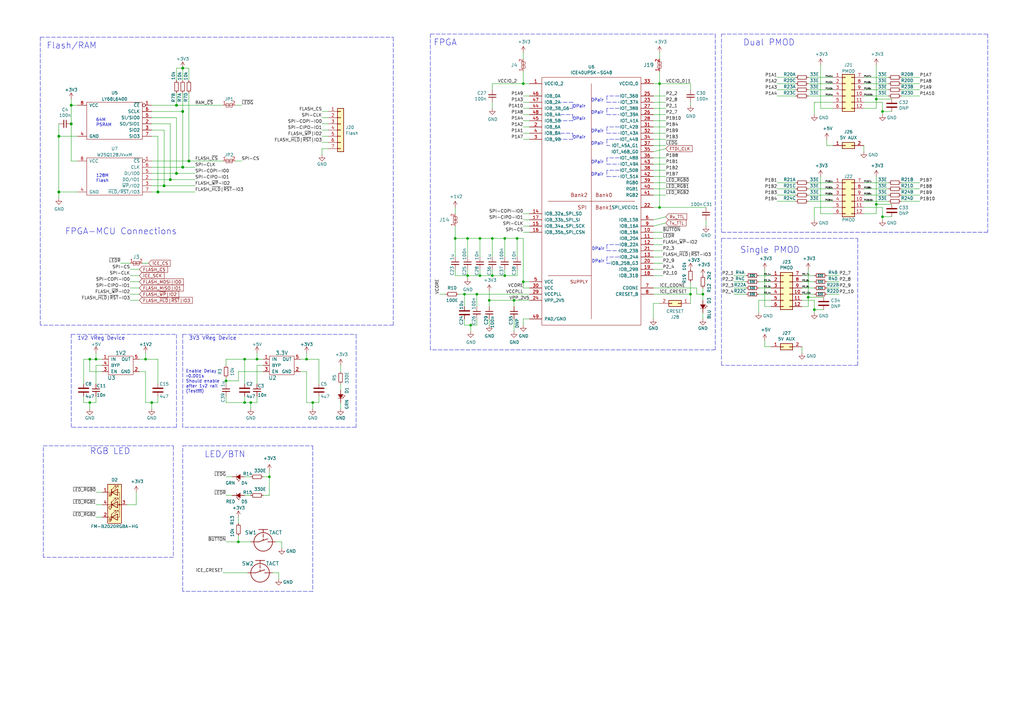
<source format=kicad_sch>
(kicad_sch (version 20211123) (generator eeschema)
  (paper "A3")
  (title_block (title "iCEBreaker - CH32V307 Test Board") (date "2022-02-21") (rev "V1.99a") (company "1BitSquared") (comment 1 "(C) 2022 Greg Davill <greg.davill@gmail.com>") (comment 2 "License: CC-BY-SA V4.0"))
  (junction (at 207.01 113.03))
  (junction (at 36.83 165.1))
  (junction (at 201.93 97.79))
  (junction (at 67.31 76.2) (diameter 1.016))
  (junction (at 100.33 165.1))
  (junction (at 110.49 195.58))
  (junction (at 359.41 40.64))
  (junction (at 201.93 113.03))
  (junction (at 69.85 73.66) (diameter 1.016))
  (junction (at 92.71 156.21))
  (junction (at 105.41 147.32))
  (junction (at 196.85 113.03))
  (junction (at 62.23 165.1))
  (junction (at 214.63 34.29))
  (junction (at 207.01 97.79))
  (junction (at 72.39 43.18) (diameter 1.016))
  (junction (at 97.79 222.25))
  (junction (at 59.69 147.32))
  (junction (at 128.27 165.1))
  (junction (at 24.13 55.88) (diameter 1.016))
  (junction (at 29.21 50.8) (diameter 1.016))
  (junction (at 100.33 147.32))
  (junction (at 361.95 45.72))
  (junction (at 186.69 97.79))
  (junction (at 77.47 66.04) (diameter 1.016))
  (junction (at 102.87 165.1))
  (junction (at 270.51 85.09))
  (junction (at 24.13 78.74) (diameter 1.016))
  (junction (at 64.77 78.74) (diameter 1.016))
  (junction (at 283.21 120.65))
  (junction (at 74.93 45.72) (diameter 1.016))
  (junction (at 190.5 120.65))
  (junction (at 200.66 123.19))
  (junction (at 212.09 97.79))
  (junction (at 288.29 120.65))
  (junction (at 210.82 123.19))
  (junction (at 334.01 127))
  (junction (at 359.41 83.82))
  (junction (at 39.37 147.32))
  (junction (at 195.58 120.65))
  (junction (at 72.39 71.12) (diameter 1.016))
  (junction (at 36.83 147.32))
  (junction (at 125.73 147.32))
  (junction (at 29.21 43.18) (diameter 1.016))
  (junction (at 191.77 97.79))
  (junction (at 270.51 34.29))
  (junction (at 193.04 133.35))
  (junction (at 361.95 88.9))
  (junction (at 74.93 27.94) (diameter 1.016))
  (junction (at 191.77 113.03))
  (junction (at 214.63 115.57))
  (junction (at 74.93 68.58) (diameter 1.016))
  (junction (at 196.85 97.79))
  (junction (at 331.47 121.92))
  (wire (pts (xy 267.97 59.69) (xy 273.05 59.69)))
  (wire (pts (xy 92.71 149.86) (xy 92.71 147.32)))
  (wire (pts (xy 217.17 52.07) (xy 214.63 52.07)))
  (wire (pts (xy 97.79 219.71) (xy 97.79 222.25)))
  (wire (pts (xy 201.93 34.29) (xy 201.93 36.83)))
  (polyline (pts (xy 72.39 137.16) (xy 72.39 175.26)))
  (wire (pts (xy 74.93 45.72) (xy 74.93 68.58)))
  (polyline (pts (xy 295.91 95.25) (xy 295.91 13.97)))
  (wire (pts (xy 123.19 152.4) (xy 125.73 152.4)))
  (wire (pts (xy 341.63 59.69) (xy 339.09 59.69)))
  (wire (pts (xy 95.25 195.58) (xy 92.71 195.58)))
  (wire (pts (xy 92.71 156.21) (xy 92.71 157.48)))
  (wire (pts (xy 196.85 97.79) (xy 196.85 105.41)))
  (wire (pts (xy 139.7 149.86) (xy 139.7 152.4)))
  (wire (pts (xy 334.01 90.17) (xy 334.01 85.09)))
  (wire (pts (xy 186.69 85.09) (xy 186.69 87.63)))
  (wire (pts (xy 270.51 21.59) (xy 270.51 24.13)))
  (wire (pts (xy 130.81 165.1) (xy 130.81 162.56)))
  (wire (pts (xy 285.75 120.65) (xy 288.29 120.65)))
  (wire (pts (xy 186.69 97.79) (xy 186.69 105.41)))
  (wire (pts (xy 328.93 125.73) (xy 331.47 125.73)))
  (wire (pts (xy 191.77 97.79) (xy 186.69 97.79)))
  (wire (pts (xy 326.39 31.75) (xy 318.77 31.75)))
  (wire (pts (xy 217.17 54.61) (xy 214.63 54.61)))
  (wire (pts (xy 125.73 147.32) (xy 130.81 147.32)))
  (wire (pts (xy 59.69 147.32) (xy 59.69 144.78)))
  (wire (pts (xy 316.23 113.03) (xy 311.15 113.03)))
  (polyline (pts (xy 17.78 182.88) (xy 71.12 182.88)))
  (polyline (pts (xy 161.29 133.35) (xy 16.51 133.35)) (stroke (width 0) (type dash)))
  (wire (pts (xy 361.95 85.09) (xy 354.33 85.09)))
  (wire (pts (xy 92.71 154.94) (xy 92.71 156.21)))
  (wire (pts (xy 62.23 71.12) (xy 72.39 71.12)))
  (polyline (pts (xy 254 57.15) (xy 248.92 57.15)))
  (polyline (pts (xy 234.95 54.61) (xy 234.95 57.15)))
  (wire (pts (xy 217.17 95.25) (xy 214.63 95.25)))
  (wire (pts (xy 316.23 118.11) (xy 311.15 118.11)))
  (wire (pts (xy 132.08 58.42) (xy 134.62 58.42)))
  (wire (pts (xy 29.21 66.04) (xy 31.75 66.04)))
  (polyline (pts (xy 72.39 175.26) (xy 29.21 175.26)))
  (wire (pts (xy 267.97 97.79) (xy 271.78 97.79)))
  (wire (pts (xy 311.15 128.27) (xy 311.15 123.19)))
  (wire (pts (xy 214.63 29.21) (xy 214.63 34.29)))
  (wire (pts (xy 29.21 43.18) (xy 29.21 40.64)))
  (wire (pts (xy 196.85 113.03) (xy 196.85 110.49)))
  (wire (pts (xy 217.17 118.11) (xy 214.63 118.11)))
  (wire (pts (xy 267.97 92.71) (xy 273.05 91.44)))
  (wire (pts (xy 328.93 113.03) (xy 334.01 113.03)))
  (wire (pts (xy 214.63 115.57) (xy 214.63 118.11)))
  (polyline (pts (xy 293.37 143.51) (xy 176.53 143.51)))
  (wire (pts (xy 217.17 46.99) (xy 214.63 46.99)))
  (wire (pts (xy 125.73 152.4) (xy 125.73 165.1)))
  (wire (pts (xy 74.93 45.72) (xy 62.23 45.72)))
  (polyline (pts (xy 234.95 49.53) (xy 229.87 49.53)))
  (wire (pts (xy 210.82 130.81) (xy 210.82 135.89)))
  (polyline (pts (xy 128.27 182.88) (xy 128.27 242.57)))
  (wire (pts (xy 267.97 77.47) (xy 273.05 77.47)))
  (polyline (pts (xy 146.05 137.16) (xy 146.05 175.26)))
  (wire (pts (xy 123.19 147.32) (xy 125.73 147.32)))
  (wire (pts (xy 354.33 82.55) (xy 364.49 82.55)))
  (polyline (pts (xy 248.92 46.99) (xy 254 46.99)))
  (wire (pts (xy 328.93 120.65) (xy 334.01 120.65)))
  (wire (pts (xy 267.97 34.29) (xy 270.51 34.29)))
  (wire (pts (xy 64.77 78.74) (xy 80.01 78.74)))
  (wire (pts (xy 201.93 97.79) (xy 201.93 105.41)))
  (wire (pts (xy 100.33 203.2) (xy 102.87 203.2)))
  (wire (pts (xy 186.69 110.49) (xy 186.69 113.03)))
  (wire (pts (xy 97.79 214.63) (xy 97.79 212.09)))
  (wire (pts (xy 114.3 234.95) (xy 114.3 237.49)))
  (wire (pts (xy 334.01 85.09) (xy 341.63 85.09)))
  (wire (pts (xy 59.69 165.1) (xy 62.23 165.1)))
  (wire (pts (xy 316.23 120.65) (xy 311.15 120.65)))
  (wire (pts (xy 334.01 123.19) (xy 334.01 127)))
  (wire (pts (xy 24.13 50.8) (xy 24.13 55.88)))
  (polyline (pts (xy 248.92 102.87) (xy 254 102.87)))
  (wire (pts (xy 361.95 88.9) (xy 365.76 88.9)))
  (wire (pts (xy 187.96 120.65) (xy 190.5 120.65)))
  (wire (pts (xy 267.97 41.91) (xy 273.05 41.91)))
  (wire (pts (xy 267.97 110.49) (xy 271.78 110.49)))
  (wire (pts (xy 195.58 120.65) (xy 195.58 125.73)))
  (wire (pts (xy 53.34 123.19) (xy 57.15 123.19)))
  (wire (pts (xy 369.57 77.47) (xy 377.19 77.47)))
  (wire (pts (xy 359.41 87.63) (xy 354.33 87.63)))
  (wire (pts (xy 207.01 97.79) (xy 207.01 105.41)))
  (wire (pts (xy 53.34 115.57) (xy 57.15 115.57)))
  (polyline (pts (xy 233.68 44.45) (xy 234.95 44.45)))
  (wire (pts (xy 267.97 67.31) (xy 273.05 67.31)))
  (wire (pts (xy 191.77 110.49) (xy 191.77 113.03)))
  (wire (pts (xy 29.21 43.18) (xy 29.21 50.8)))
  (wire (pts (xy 336.55 87.63) (xy 336.55 72.39)))
  (wire (pts (xy 361.95 85.09) (xy 361.95 88.9)))
  (wire (pts (xy 139.7 157.48) (xy 139.7 160.02)))
  (wire (pts (xy 200.66 130.81) (xy 200.66 133.35)))
  (polyline (pts (xy 74.93 242.57) (xy 74.93 182.88)))
  (wire (pts (xy 132.08 48.26) (xy 134.62 48.26)))
  (wire (pts (xy 57.15 147.32) (xy 59.69 147.32)))
  (wire (pts (xy 62.23 165.1) (xy 62.23 167.64)))
  (wire (pts (xy 100.33 195.58) (xy 102.87 195.58)))
  (wire (pts (xy 55.88 207.01) (xy 55.88 201.93)))
  (wire (pts (xy 354.33 31.75) (xy 364.49 31.75)))
  (wire (pts (xy 64.77 147.32) (xy 64.77 157.48)))
  (wire (pts (xy 369.57 74.93) (xy 377.19 74.93)))
  (polyline (pts (xy 74.93 182.88) (xy 128.27 182.88)))
  (wire (pts (xy 57.15 152.4) (xy 59.69 152.4)))
  (polyline (pts (xy 295.91 13.97) (xy 405.13 13.97)))
  (wire (pts (xy 283.21 41.91) (xy 283.21 43.18)))
  (wire (pts (xy 326.39 34.29) (xy 318.77 34.29)))
  (wire (pts (xy 31.75 55.88) (xy 24.13 55.88)))
  (wire (pts (xy 369.57 80.01) (xy 377.19 80.01)))
  (wire (pts (xy 354.33 34.29) (xy 364.49 34.29)))
  (wire (pts (xy 369.57 34.29) (xy 377.19 34.29)))
  (wire (pts (xy 207.01 97.79) (xy 201.93 97.79)))
  (wire (pts (xy 201.93 41.91) (xy 201.93 44.45)))
  (polyline (pts (xy 254 44.45) (xy 248.92 44.45)))
  (wire (pts (xy 132.08 55.88) (xy 134.62 55.88)))
  (wire (pts (xy 72.39 43.18) (xy 72.39 38.1)))
  (wire (pts (xy 24.13 78.74) (xy 24.13 81.28)))
  (wire (pts (xy 191.77 97.79) (xy 191.77 105.41)))
  (polyline (pts (xy 254 100.33) (xy 248.92 100.33)))
  (wire (pts (xy 193.04 133.35) (xy 193.04 135.89)))
  (wire (pts (xy 288.29 118.11) (xy 288.29 120.65)))
  (wire (pts (xy 267.97 80.01) (xy 273.05 80.01)))
  (wire (pts (xy 190.5 120.65) (xy 195.58 120.65)))
  (wire (pts (xy 217.17 34.29) (xy 214.63 34.29)))
  (wire (pts (xy 359.41 44.45) (xy 359.41 40.64)))
  (wire (pts (xy 328.93 142.24) (xy 328.93 144.78)))
  (wire (pts (xy 100.33 162.56) (xy 100.33 165.1)))
  (wire (pts (xy 214.63 21.59) (xy 214.63 24.13)))
  (wire (pts (xy 212.09 110.49) (xy 212.09 113.03)))
  (wire (pts (xy 326.39 39.37) (xy 318.77 39.37)))
  (wire (pts (xy 212.09 97.79) (xy 207.01 97.79)))
  (wire (pts (xy 132.08 60.96) (xy 132.08 63.5)))
  (wire (pts (xy 24.13 55.88) (xy 24.13 78.74)))
  (wire (pts (xy 267.97 74.93) (xy 273.05 74.93)))
  (wire (pts (xy 31.75 43.18) (xy 29.21 43.18)))
  (wire (pts (xy 270.51 29.21) (xy 270.51 34.29)))
  (wire (pts (xy 110.49 203.2) (xy 110.49 195.58)))
  (wire (pts (xy 210.82 123.19) (xy 217.17 123.19)))
  (wire (pts (xy 359.41 40.64) (xy 359.41 26.67)))
  (wire (pts (xy 191.77 113.03) (xy 191.77 114.3)))
  (wire (pts (xy 53.34 110.49) (xy 57.15 110.49)))
  (wire (pts (xy 214.63 97.79) (xy 214.63 115.57)))
  (wire (pts (xy 270.51 34.29) (xy 283.21 34.29)))
  (wire (pts (xy 336.55 87.63) (xy 341.63 87.63)))
  (wire (pts (xy 341.63 44.45) (xy 336.55 44.45)))
  (wire (pts (xy 74.93 33.02) (xy 74.93 27.94)))
  (wire (pts (xy 36.83 147.32) (xy 39.37 147.32)))
  (wire (pts (xy 191.77 113.03) (xy 196.85 113.03)))
  (wire (pts (xy 39.37 149.86) (xy 39.37 157.48)))
  (wire (pts (xy 186.69 113.03) (xy 191.77 113.03)))
  (wire (pts (xy 339.09 115.57) (xy 344.17 115.57)))
  (wire (pts (xy 331.47 121.92) (xy 337.82 121.92)))
  (polyline (pts (xy 176.53 13.97) (xy 293.37 13.97)))
  (wire (pts (xy 267.97 113.03) (xy 271.78 113.03)))
  (wire (pts (xy 62.23 53.34) (xy 67.31 53.34)))
  (wire (pts (xy 132.08 50.8) (xy 134.62 50.8)))
  (wire (pts (xy 369.57 36.83) (xy 377.19 36.83)))
  (wire (pts (xy 128.27 165.1) (xy 128.27 167.64)))
  (wire (pts (xy 72.39 27.94) (xy 72.39 33.02)))
  (wire (pts (xy 341.63 41.91) (xy 334.01 41.91)))
  (wire (pts (xy 105.41 147.32) (xy 107.95 147.32)))
  (wire (pts (xy 359.41 83.82) (xy 365.76 83.82)))
  (polyline (pts (xy 128.27 242.57) (xy 74.93 242.57)))
  (wire (pts (xy 69.85 73.66) (xy 80.01 73.66)))
  (wire (pts (xy 341.63 34.29) (xy 331.47 34.29)))
  (wire (pts (xy 39.37 201.93) (xy 41.91 201.93)))
  (wire (pts (xy 72.39 71.12) (xy 80.01 71.12)))
  (wire (pts (xy 326.39 77.47) (xy 318.77 77.47)))
  (polyline (pts (xy 248.92 41.91) (xy 254 41.91)))
  (polyline (pts (xy 71.12 182.88) (xy 71.12 228.6)))
  (wire (pts (xy 267.97 72.39) (xy 273.05 72.39)))
  (wire (pts (xy 36.83 165.1) (xy 36.83 167.64)))
  (wire (pts (xy 62.23 68.58) (xy 74.93 68.58)))
  (polyline (pts (xy 405.13 95.25) (xy 295.91 95.25)))
  (wire (pts (xy 354.33 44.45) (xy 359.41 44.45)))
  (wire (pts (xy 361.95 45.72) (xy 365.76 45.72)))
  (wire (pts (xy 328.93 123.19) (xy 334.01 123.19)))
  (wire (pts (xy 52.07 207.01) (xy 55.88 207.01)))
  (wire (pts (xy 359.41 40.64) (xy 365.76 40.64)))
  (wire (pts (xy 267.97 62.23) (xy 273.05 60.96)))
  (wire (pts (xy 369.57 39.37) (xy 377.19 39.37)))
  (polyline (pts (xy 295.91 97.79) (xy 295.91 149.86)))
  (wire (pts (xy 95.25 203.2) (xy 92.71 203.2)))
  (wire (pts (xy 39.37 165.1) (xy 39.37 162.56)))
  (wire (pts (xy 190.5 125.73) (xy 190.5 120.65)))
  (wire (pts (xy 217.17 130.81) (xy 214.63 130.81)))
  (wire (pts (xy 196.85 97.79) (xy 191.77 97.79)))
  (wire (pts (xy 289.56 90.17) (xy 289.56 92.71)))
  (wire (pts (xy 200.66 123.19) (xy 210.82 123.19)))
  (polyline (pts (xy 74.93 175.26) (xy 74.93 137.16)))
  (polyline (pts (xy 248.92 107.95) (xy 250.19 107.95)))
  (wire (pts (xy 267.97 105.41) (xy 271.78 105.41)))
  (polyline (pts (xy 248.92 57.15) (xy 248.92 59.69)))
  (wire (pts (xy 64.77 165.1) (xy 64.77 162.56)))
  (wire (pts (xy 207.01 110.49) (xy 207.01 113.03)))
  (polyline (pts (xy 248.92 54.61) (xy 254 54.61)))
  (wire (pts (xy 105.41 147.32) (xy 105.41 144.78)))
  (wire (pts (xy 267.97 44.45) (xy 273.05 44.45)))
  (wire (pts (xy 92.71 162.56) (xy 92.71 165.1)))
  (wire (pts (xy 359.41 87.63) (xy 359.41 83.82)))
  (polyline (pts (xy 254 69.85) (xy 248.92 69.85)))
  (wire (pts (xy 313.69 142.24) (xy 313.69 139.7)))
  (wire (pts (xy 336.55 44.45) (xy 336.55 26.67)))
  (wire (pts (xy 62.23 76.2) (xy 67.31 76.2)))
  (wire (pts (xy 207.01 113.03) (xy 201.93 113.03)))
  (wire (pts (xy 24.13 78.74) (xy 31.75 78.74)))
  (polyline (pts (xy 248.92 59.69) (xy 250.19 59.69)))
  (wire (pts (xy 39.37 207.01) (xy 41.91 207.01)))
  (polyline (pts (xy 351.79 97.79) (xy 351.79 149.86)))
  (polyline (pts (xy 248.92 52.07) (xy 248.92 54.61)))
  (wire (pts (xy 41.91 152.4) (xy 36.83 152.4)))
  (wire (pts (xy 267.97 124.46) (xy 267.97 130.81)))
  (polyline (pts (xy 74.93 137.16) (xy 146.05 137.16)))
  (wire (pts (xy 110.49 203.2) (xy 107.95 203.2)))
  (wire (pts (xy 267.97 118.11) (xy 285.75 118.11)))
  (wire (pts (xy 361.95 45.72) (xy 361.95 46.99)))
  (wire (pts (xy 59.69 152.4) (xy 59.69 165.1)))
  (wire (pts (xy 62.23 165.1) (xy 64.77 165.1)))
  (wire (pts (xy 354.33 77.47) (xy 364.49 77.47)))
  (wire (pts (xy 34.29 147.32) (xy 36.83 147.32)))
  (polyline (pts (xy 254 52.07) (xy 248.92 52.07)))
  (polyline (pts (xy 248.92 100.33) (xy 248.92 102.87)))
  (wire (pts (xy 267.97 120.65) (xy 283.21 120.65)))
  (wire (pts (xy 58.42 107.95) (xy 60.96 107.95)))
  (wire (pts (xy 339.09 59.69) (xy 339.09 57.15)))
  (wire (pts (xy 217.17 90.17) (xy 214.63 90.17)))
  (wire (pts (xy 190.5 130.81) (xy 190.5 133.35)))
  (wire (pts (xy 180.34 120.65) (xy 182.88 120.65)))
  (wire (pts (xy 311.15 123.19) (xy 316.23 123.19)))
  (wire (pts (xy 53.34 118.11) (xy 57.15 118.11)))
  (polyline (pts (xy 234.95 46.99) (xy 234.95 49.53)))
  (wire (pts (xy 186.69 92.71) (xy 186.69 97.79)))
  (wire (pts (xy 36.83 152.4) (xy 36.83 147.32)))
  (polyline (pts (xy 161.29 15.24) (xy 161.29 133.35)) (stroke (width 0) (type dash)))
  (wire (pts (xy 36.83 165.1) (xy 39.37 165.1)))
  (wire (pts (xy 267.97 107.95) (xy 271.78 107.95)))
  (polyline (pts (xy 254 39.37) (xy 248.92 39.37)))
  (wire (pts (xy 97.79 222.25) (xy 92.71 222.25)))
  (wire (pts (xy 267.97 100.33) (xy 271.78 100.33)))
  (wire (pts (xy 354.33 74.93) (xy 364.49 74.93)))
  (wire (pts (xy 92.71 147.32) (xy 100.33 147.32)))
  (wire (pts (xy 195.58 130.81) (xy 195.58 133.35)))
  (wire (pts (xy 62.23 55.88) (xy 64.77 55.88)))
  (wire (pts (xy 62.23 78.74) (xy 64.77 78.74)))
  (wire (pts (xy 92.71 165.1) (xy 100.33 165.1)))
  (wire (pts (xy 74.93 68.58) (xy 80.01 68.58)))
  (wire (pts (xy 49.53 107.95) (xy 53.34 107.95)))
  (wire (pts (xy 341.63 82.55) (xy 331.47 82.55)))
  (wire (pts (xy 62.23 43.18) (xy 72.39 43.18)))
  (wire (pts (xy 201.93 97.79) (xy 196.85 97.79)))
  (wire (pts (xy 359.41 83.82) (xy 359.41 72.39)))
  (wire (pts (xy 316.23 125.73) (xy 313.69 125.73)))
  (polyline (pts (xy 176.53 143.51) (xy 176.53 13.97)))
  (wire (pts (xy 217.17 120.65) (xy 195.58 120.65)))
  (wire (pts (xy 316.23 115.57) (xy 311.15 115.57)))
  (polyline (pts (xy 16.51 15.24) (xy 161.29 15.24)) (stroke (width 0) (type dash)))
  (wire (pts (xy 125.73 147.32) (xy 125.73 144.78)))
  (wire (pts (xy 214.63 130.81) (xy 214.63 133.35)))
  (wire (pts (xy 217.17 87.63) (xy 214.63 87.63)))
  (wire (pts (xy 306.07 118.11) (xy 300.99 118.11)))
  (wire (pts (xy 339.09 113.03) (xy 344.17 113.03)))
  (wire (pts (xy 59.69 147.32) (xy 64.77 147.32)))
  (polyline (pts (xy 234.95 44.45) (xy 234.95 41.91)))
  (polyline (pts (xy 293.37 13.97) (xy 293.37 143.51)))
  (wire (pts (xy 361.95 41.91) (xy 361.95 45.72)))
  (wire (pts (xy 139.7 165.1) (xy 139.7 167.64)))
  (wire (pts (xy 39.37 212.09) (xy 41.91 212.09)))
  (wire (pts (xy 354.33 41.91) (xy 361.95 41.91)))
  (wire (pts (xy 288.29 120.65) (xy 288.29 123.19)))
  (wire (pts (xy 283.21 34.29) (xy 283.21 36.83)))
  (wire (pts (xy 369.57 31.75) (xy 377.19 31.75)))
  (wire (pts (xy 326.39 74.93) (xy 318.77 74.93)))
  (wire (pts (xy 132.08 53.34) (xy 134.62 53.34)))
  (wire (pts (xy 267.97 95.25) (xy 271.78 95.25)))
  (polyline (pts (xy 254 64.77) (xy 248.92 64.77)))
  (wire (pts (xy 361.95 88.9) (xy 361.95 90.17)))
  (wire (pts (xy 354.33 59.69) (xy 354.33 62.23)))
  (wire (pts (xy 102.87 165.1) (xy 102.87 167.64)))
  (wire (pts (xy 34.29 165.1) (xy 36.83 165.1)))
  (wire (pts (xy 270.51 85.09) (xy 289.56 85.09)))
  (wire (pts (xy 267.97 85.09) (xy 270.51 85.09)))
  (wire (pts (xy 69.85 50.8) (xy 69.85 73.66)))
  (polyline (pts (xy 234.95 41.91) (xy 229.87 41.91)))
  (wire (pts (xy 100.33 147.32) (xy 105.41 147.32)))
  (wire (pts (xy 67.31 53.34) (xy 67.31 76.2)))
  (wire (pts (xy 341.63 31.75) (xy 331.47 31.75)))
  (wire (pts (xy 77.47 66.04) (xy 91.44 66.04)))
  (wire (pts (xy 77.47 38.1) (xy 77.47 66.04)))
  (polyline (pts (xy 248.92 72.39) (xy 254 72.39)))
  (wire (pts (xy 328.93 118.11) (xy 334.01 118.11)))
  (wire (pts (xy 53.34 120.65) (xy 57.15 120.65)))
  (wire (pts (xy 217.17 39.37) (xy 214.63 39.37)))
  (polyline (pts (xy 248.92 69.85) (xy 248.92 72.39)))
  (wire (pts (xy 306.07 115.57) (xy 300.99 115.57)))
  (polyline (pts (xy 405.13 13.97) (xy 405.13 95.25)))
  (wire (pts (xy 267.97 52.07) (xy 273.05 52.07)))
  (wire (pts (xy 354.33 80.01) (xy 364.49 80.01)))
  (wire (pts (xy 354.33 39.37) (xy 364.49 39.37)))
  (wire (pts (xy 115.57 222.25) (xy 115.57 224.79)))
  (wire (pts (xy 313.69 125.73) (xy 313.69 110.49)))
  (wire (pts (xy 96.52 66.04) (xy 99.06 66.04)))
  (wire (pts (xy 217.17 49.53) (xy 214.63 49.53)))
  (polyline (pts (xy 295.91 97.79) (xy 351.79 97.79)))
  (wire (pts (xy 306.07 120.65) (xy 300.99 120.65)))
  (wire (pts (xy 200.66 123.19) (xy 200.66 119.38)))
  (wire (pts (xy 74.93 45.72) (xy 74.93 38.1)))
  (wire (pts (xy 201.93 110.49) (xy 201.93 113.03)))
  (wire (pts (xy 111.76 234.95) (xy 114.3 234.95)))
  (wire (pts (xy 41.91 149.86) (xy 39.37 149.86)))
  (wire (pts (xy 96.52 43.18) (xy 99.06 43.18)))
  (wire (pts (xy 331.47 125.73) (xy 331.47 121.92)))
  (wire (pts (xy 100.33 165.1) (xy 102.87 165.1)))
  (wire (pts (xy 334.01 41.91) (xy 334.01 46.99)))
  (wire (pts (xy 331.47 121.92) (xy 331.47 110.49)))
  (wire (pts (xy 267.97 69.85) (xy 273.05 69.85)))
  (wire (pts (xy 214.63 34.29) (xy 201.93 34.29)))
  (wire (pts (xy 210.82 125.73) (xy 210.82 123.19)))
  (wire (pts (xy 341.63 80.01) (xy 331.47 80.01)))
  (polyline (pts (xy 229.87 54.61) (xy 234.95 54.61)))
  (wire (pts (xy 214.63 97.79) (xy 212.09 97.79)))
  (wire (pts (xy 72.39 43.18) (xy 91.44 43.18)))
  (wire (pts (xy 326.39 36.83) (xy 318.77 36.83)))
  (wire (pts (xy 193.04 133.35) (xy 190.5 133.35)))
  (wire (pts (xy 200.66 123.19) (xy 200.66 125.73)))
  (polyline (pts (xy 248.92 67.31) (xy 254 67.31)))
  (wire (pts (xy 62.23 48.26) (xy 72.39 48.26)))
  (wire (pts (xy 97.79 156.21) (xy 97.79 152.4)))
  (polyline (pts (xy 229.87 46.99) (xy 234.95 46.99)))
  (wire (pts (xy 267.97 57.15) (xy 273.05 57.15)))
  (wire (pts (xy 62.23 66.04) (xy 77.47 66.04)))
  (wire (pts (xy 67.31 76.2) (xy 80.01 76.2)))
  (wire (pts (xy 316.23 142.24) (xy 313.69 142.24)))
  (wire (pts (xy 341.63 77.47) (xy 331.47 77.47)))
  (polyline (pts (xy 248.92 64.77) (xy 248.92 67.31)))
  (wire (pts (xy 77.47 27.94) (xy 77.47 33.02)))
  (wire (pts (xy 217.17 115.57) (xy 214.63 115.57)))
  (wire (pts (xy 39.37 147.32) (xy 39.37 144.78)))
  (wire (pts (xy 100.33 147.32) (xy 100.33 157.48)))
  (wire (pts (xy 267.97 102.87) (xy 271.78 102.87)))
  (wire (pts (xy 39.37 147.32) (xy 41.91 147.32)))
  (wire (pts (xy 105.41 165.1) (xy 105.41 162.56)))
  (wire (pts (xy 288.29 128.27) (xy 288.29 130.81)))
  (polyline (pts (xy 248.92 105.41) (xy 248.92 107.95)))
  (polyline (pts (xy 29.21 175.26) (xy 29.21 137.16)))
  (wire (pts (xy 92.71 156.21) (xy 97.79 156.21)))
  (wire (pts (xy 267.97 46.99) (xy 273.05 46.99)))
  (polyline (pts (xy 71.12 228.6) (xy 17.78 228.6)))
  (wire (pts (xy 283.21 124.46) (xy 283.21 120.65)))
  (wire (pts (xy 72.39 48.26) (xy 72.39 71.12)))
  (wire (pts (xy 107.95 195.58) (xy 110.49 195.58)))
  (wire (pts (xy 62.23 73.66) (xy 69.85 73.66)))
  (wire (pts (xy 201.93 113.03) (xy 196.85 113.03)))
  (wire (pts (xy 91.44 234.95) (xy 101.6 234.95)))
  (wire (pts (xy 328.93 115.57) (xy 334.01 115.57)))
  (polyline (pts (xy 351.79 149.86) (xy 295.91 149.86)))
  (wire (pts (xy 107.95 149.86) (xy 105.41 149.86)))
  (wire (pts (xy 217.17 57.15) (xy 214.63 57.15)))
  (wire (pts (xy 339.09 120.65) (xy 344.17 120.65)))
  (wire (pts (xy 34.29 147.32) (xy 34.29 157.48)))
  (wire (pts (xy 74.93 27.94) (xy 72.39 27.94)))
  (wire (pts (xy 110.49 193.04) (xy 110.49 195.58)))
  (wire (pts (xy 285.75 118.11) (xy 285.75 120.65)))
  (wire (pts (xy 62.23 50.8) (xy 69.85 50.8)))
  (wire (pts (xy 134.62 60.96) (xy 132.08 60.96)))
  (wire (pts (xy 267.97 39.37) (xy 273.05 39.37)))
  (wire (pts (xy 341.63 39.37) (xy 331.47 39.37)))
  (polyline (pts (xy 234.95 57.15) (xy 229.87 57.15)))
  (wire (pts (xy 125.73 165.1) (xy 128.27 165.1)))
  (wire (pts (xy 74.93 27.94) (xy 77.47 27.94)))
  (wire (pts (xy 339.09 118.11) (xy 344.17 118.11)))
  (wire (pts (xy 130.81 147.32) (xy 130.81 157.48)))
  (wire (pts (xy 64.77 55.88) (xy 64.77 78.74)))
  (wire (pts (xy 34.29 162.56) (xy 34.29 165.1)))
  (wire (pts (xy 326.39 80.01) (xy 318.77 80.01)))
  (wire (pts (xy 334.01 127) (xy 337.82 127)))
  (wire (pts (xy 354.33 36.83) (xy 364.49 36.83)))
  (wire (pts (xy 306.07 113.03) (xy 300.99 113.03)))
  (wire (pts (xy 53.34 113.03) (xy 57.15 113.03)))
  (wire (pts (xy 212.09 97.79) (xy 212.09 105.41)))
  (wire (pts (xy 270.51 34.29) (xy 270.51 85.09)))
  (polyline (pts (xy 248.92 39.37) (xy 248.92 41.91)))
  (wire (pts (xy 267.97 49.53) (xy 273.05 49.53)))
  (polyline (pts (xy 16.51 133.35) (xy 16.51 15.24)) (stroke (width 0) (type dash)))
  (wire (pts (xy 270.51 124.46) (xy 267.97 124.46)))
  (wire (pts (xy 195.58 133.35) (xy 193.04 133.35)))
  (wire (pts (xy 105.41 149.86) (xy 105.41 157.48)))
  (polyline (pts (xy 29.21 137.16) (xy 72.39 137.16)))
  (wire (pts (xy 326.39 82.55) (xy 318.77 82.55)))
  (polyline (pts (xy 254 105.41) (xy 248.92 105.41)))
  (wire (pts (xy 334.01 127) (xy 334.01 128.27)))
  (wire (pts (xy 341.63 36.83) (xy 331.47 36.83)))
  (wire (pts (xy 102.87 165.1) (xy 105.41 165.1)))
  (wire (pts (xy 267.97 64.77) (xy 273.05 64.77)))
  (wire (pts (xy 29.21 50.8) (xy 29.21 66.04)))
  (wire (pts (xy 283.21 120.65) (xy 283.21 115.57)))
  (polyline (pts (xy 146.05 175.26) (xy 74.93 175.26)))
  (wire (pts (xy 102.87 222.25) (xy 97.79 222.25)))
  (wire (pts (xy 212.09 113.03) (xy 207.01 113.03)))
  (wire (pts (xy 134.62 45.72) (xy 132.08 45.72)))
  (wire (pts (xy 217.17 44.45) (xy 214.63 44.45)))
  (wire (pts (xy 217.17 92.71) (xy 214.63 92.71)))
  (wire (pts (xy 217.17 41.91) (xy 214.63 41.91)))
  (wire (pts (xy 341.63 74.93) (xy 331.47 74.93)))
  (polyline (pts (xy 17.78 228.6) (xy 17.78 182.88)))
  (wire (pts (xy 128.27 165.1) (xy 130.81 165.1)))
  (polyline (pts (xy 248.92 44.45) (xy 248.92 46.99)))
  (wire (pts (xy 113.03 222.25) (xy 115.57 222.25)))
  (wire (pts (xy 267.97 90.17) (xy 273.05 88.9)))
  (wire (pts (xy 97.79 152.4) (xy 107.95 152.4)))
  (wire (pts (xy 369.57 82.55) (xy 377.19 82.55)))
  (wire (pts (xy 267.97 54.61) (xy 273.05 54.61)))
  (text "RGB LED" (at 36.83 186.69 0) (effects (font (size 2.54 2.54)) (justify left bottom)))
  (text "64M\nPSRAM" (at 39.37 52.07 0) (effects (font (size 1.27 1.27)) (justify left bottom)))
  (text "DPair" (at 247.65 46.99 180) (effects (font (size 1.27 1.27)) (justify right bottom)))
  (text "DPair" (at 234.95 44.45 0) (effects (font (size 1.27 1.27)) (justify left bottom)))
  (text "DPair" (at 247.65 41.91 180) (effects (font (size 1.27 1.27)) (justify right bottom)))
  (text "FPGA" (at 177.8 19.05 0) (effects (font (size 2.54 2.54)) (justify left bottom)))
  (text "Dual PMOD" (at 304.8 19.05 0) (effects (font (size 2.54 2.54)) (justify left bottom)))
  (text "LED/BTN" (at 83.82 187.96 0) (effects (font (size 2.54 2.54)) (justify left bottom)))
  (text "3V3 VReg Device" (at 77.47 139.7 0) (effects (font (size 1.524 1.524)) (justify left bottom)))
  (text "DPair" (at 234.95 57.15 0) (effects (font (size 1.27 1.27)) (justify left bottom)))
  (text "128M\nFlash" (at 39.37 74.93 0) (effects (font (size 1.27 1.27)) (justify left bottom)))
  (text "Enable Delay\n~0.001s\nShould enable\nafter 1v2 rail\n(Test!!!)" (at 76.2 161.29 0) (effects (font (size 1.27 1.27)) (justify left bottom)))
  (text "DPair" (at 247.65 67.31 180) (effects (font (size 1.27 1.27)) (justify right bottom)))
  (text "DPair" (at 247.65 59.69 180) (effects (font (size 1.27 1.27)) (justify right bottom)))
  (text "Single PMOD" (at 303.53 104.14 0) (effects (font (size 2.54 2.54)) (justify left bottom)))
  (text "1V2 VReg Device" (at 31.75 139.7 0) (effects (font (size 1.524 1.524)) (justify left bottom)))
  (text "DPair " (at 248.92 107.95 180) (effects (font (size 1.27 1.27)) (justify right bottom)))
  (text "DPair" (at 234.95 49.53 0) (effects (font (size 1.27 1.27)) (justify left bottom)))
  (text "FPGA-MCU Connections" (at 26.67 96.52 0) (effects (font (size 2.54 2.54)) (justify left bottom)))
  (text "Flash/RAM" (at 19.05 20.32 0) (effects (font (size 2.54 2.54)) (justify left bottom)))
  (text "DPair " (at 248.92 102.87 180) (effects (font (size 1.27 1.27)) (justify right bottom)))
  (text "DPair" (at 247.65 54.61 180) (effects (font (size 1.27 1.27)) (justify right bottom)))
  (text "DPair" (at 247.65 72.39 180) (effects (font (size 1.27 1.27)) (justify right bottom)))
  (label "P2_2" (at 273.05 39.37 0))
  (label "iCE_CRESET" (at 270.51 120.65 0))
  (label "P2_9" (at 344.17 118.11 0))
  (label "FLASH_~{HLD}|~{RST}-IO3" (at 80.01 78.74 0))
  (label "VCCPLL" (at 214.63 120.65 180))
  (label "SPI-CLK" (at 80.01 68.58 0))
  (label "FLASH_~{CS}" (at 80.01 66.04 0))
  (label "SPI-COPI-IO0" (at 80.01 71.12 0))
  (label "~{LED_RGB1}" (at 273.05 77.47 0))
  (label "P1A3x" (at 341.63 36.83 180) (effects (font (size 0.635 0.635))))
  (label "P1A2" (at 318.77 34.29 180))
  (label "P2_8" (at 344.17 115.57 0))
  (label "P2_7x" (at 328.93 113.03 0) (effects (font (size 0.635 0.635))))
  (label "P1A1" (at 214.63 54.61 180))
  (label "P1B2" (at 318.77 77.47 180))
  (label "P1B4" (at 273.05 52.07 0))
  (label "P1B9" (at 273.05 54.61 0))
  (label "P1A10" (at 377.19 39.37 0))
  (label "~{LED_RGB2}" (at 39.37 212.09 180))
  (label "P2_3x" (at 316.23 118.11 180) (effects (font (size 0.635 0.635))))
  (label "P2_10x" (at 328.93 120.65 0) (effects (font (size 0.635 0.635))))
  (label "SPI-CIPO-IO1" (at 53.34 118.11 180))
  (label "~{LED_RGB0}" (at 273.05 74.93 0))
  (label "P1B2x" (at 341.63 77.47 180) (effects (font (size 0.635 0.635))))
  (label "FLASH_~{HLD}|~{RST}|IO3" (at 132.08 58.42 180))
  (label "P1A3" (at 214.63 41.91 180))
  (label "P1B10" (at 273.05 49.53 0))
  (label "P2_1" (at 273.05 44.45 0))
  (label "P1A4" (at 318.77 39.37 180))
  (label "P1B3" (at 273.05 57.15 0))
  (label "P2_1x" (at 316.23 113.03 180) (effects (font (size 0.635 0.635))))
  (label "~{LED_RGB0}" (at 39.37 201.93 180))
  (label "SPI-COPI-IO0" (at 132.08 50.8 180))
  (label "SPI-CS" (at 214.63 95.25 180))
  (label "P1A9" (at 214.63 39.37 180))
  (label "P1B9x" (at 354.33 80.01 0) (effects (font (size 0.635 0.635))))
  (label "P1B10x" (at 354.33 82.55 0) (effects (font (size 0.635 0.635))))
  (label "VCORE" (at 214.63 118.11 180))
  (label "RAM_~{CS}" (at 80.01 43.18 0))
  (label "P1A10" (at 214.63 44.45 180))
  (label "P1B8" (at 273.05 64.77 0))
  (label "P1B8" (at 377.19 77.47 0))
  (label "~{LEDG}" (at 99.06 43.18 0))
  (label "P1A8x" (at 354.33 34.29 0) (effects (font (size 0.635 0.635))))
  (label "SPI-CLK" (at 53.34 113.03 180))
  (label "SPI-CLK" (at 214.63 92.71 180))
  (label "P1A7" (at 377.19 31.75 0))
  (label "P1A1" (at 318.77 31.75 180))
  (label "P2_1" (at 300.99 113.03 180))
  (label "FLASH_~{WP}|IO2" (at 132.08 55.88 180))
  (label "P1A9x" (at 354.33 36.83 0) (effects (font (size 0.635 0.635))))
  (label "P1B1" (at 273.05 67.31 0))
  (label "P2_8x" (at 328.93 115.57 0) (effects (font (size 0.635 0.635))))
  (label "P2_9" (at 271.78 107.95 0))
  (label "P2_4" (at 300.99 120.65 180))
  (label "FLASH_~{HLD}|~{RST}-IO3" (at 53.34 123.19 180))
  (label "P1B1x" (at 341.63 74.93 180) (effects (font (size 0.635 0.635))))
  (label "P1B10" (at 377.19 82.55 0))
  (label "~{LEDR}" (at 271.78 97.79 0))
  (label "P1A9" (at 377.19 36.83 0))
  (label "~{BUTTON}" (at 271.78 95.25 0))
  (label "~{LED_RGB1}" (at 39.37 207.01 180))
  (label "P1A10x" (at 354.33 39.37 0) (effects (font (size 0.635 0.635))))
  (label "~{LEDR}" (at 92.71 203.2 180))
  (label "P1A2" (at 214.63 52.07 180))
  (label "~{LEDR}" (at 49.53 107.95 180))
  (label "P2_4" (at 271.78 110.49 0))
  (label "FLASH_~{WP}-IO2" (at 80.01 76.2 0))
  (label "P2_7" (at 273.05 46.99 0))
  (label "P1A8" (at 214.63 46.99 180))
  (label "P1A4" (at 214.63 49.53 180))
  (label "P2_8" (at 273.05 41.91 0))
  (label "SPI-CIPO-IO1" (at 214.63 90.17 180))
  (label "P2_2" (at 300.99 115.57 180))
  (label "P1B3" (at 318.77 80.01 180))
  (label "FLASH_~{WP}-IO2" (at 53.34 120.65 180))
  (label "~{BUTTON}" (at 92.71 222.25 180))
  (label "P1A7" (at 214.63 57.15 180))
  (label "P1B1" (at 318.77 74.93 180))
  (label "P1A3" (at 318.77 36.83 180))
  (label "P2_3" (at 271.78 102.87 0))
  (label "~{LED_RGB2}" (at 273.05 80.01 0))
  (label "SPI-CS" (at 99.06 66.04 0))
  (label "P2_3" (at 300.99 118.11 180))
  (label "P1B8x" (at 354.33 77.47 0) (effects (font (size 0.635 0.635))))
  (label "P1B7" (at 377.19 74.93 0))
  (label "P2_10" (at 271.78 113.03 0))
  (label "P1B7" (at 273.05 72.39 0))
  (label "P1B7x" (at 354.33 74.93 0) (effects (font (size 0.635 0.635))))
  (label "~{LEDG}" (at 273.05 59.69 0))
  (label "SPI-COPI-IO0" (at 53.34 115.57 180))
  (label "iCE_CRESET" (at 91.44 234.95 180))
  (label "VCCIO_2" (at 212.09 34.29 180))
  (label "SPI-CIPO-IO1" (at 80.01 73.66 0))
  (label "P2_7" (at 344.17 113.03 0))
  (label "SPI-CLK" (at 132.08 48.26 180))
  (label "VPP_2V5" (at 217.17 123.19 180))
  (label "SPI-CS" (at 53.34 110.49 180))
  (label "P1B2" (at 273.05 69.85 0))
  (label "VCORE" (at 180.34 120.65 90))
  (label "FLASH_CS" (at 132.08 45.72 180))
  (label "SPI-CIPO-IO1" (at 132.08 53.34 180))
  (label "P1A1x" (at 341.63 31.75 180) (effects (font (size 0.635 0.635))))
  (label "FLASH_~{HLD}|~{RST}-IO3" (at 271.78 105.41 0))
  (label "P1B4" (at 318.77 82.55 180))
  (label "~{LEDG}" (at 92.71 195.58 180))
  (label "P1B4x" (at 341.63 82.55 180) (effects (font (size 0.635 0.635))))
  (label "FLASH_~{WP}-IO2" (at 271.78 100.33 0))
  (label "P1B9" (at 377.19 80.01 0))
  (label "SPI-COPI-IO0" (at 214.63 87.63 180))
  (label "P1A8" (at 377.19 34.29 0))
  (label "P2_4x" (at 316.23 120.65 180) (effects (font (size 0.635 0.635))))
  (label "P1A7x" (at 354.33 31.75 0) (effects (font (size 0.635 0.635))))
  (label "P1A4x" (at 341.63 39.37 180) (effects (font (size 0.635 0.635))))
  (label "P2_10" (at 344.17 120.65 0))
  (label "P2_2x" (at 316.23 115.57 180) (effects (font (size 0.635 0.635))))
  (label "VCCIO_0|1" (at 273.05 34.29 0))
  (label "iCE_CDONE" (at 270.51 118.11 0))
  (label "P1A2x" (at 341.63 34.29 180) (effects (font (size 0.635 0.635))))
  (label "P1B3x" (at 341.63 80.01 180) (effects (font (size 0.635 0.635))))
  (label "P2_9x" (at 328.93 118.11 0) (effects (font (size 0.635 0.635))))
  (global_label "FTDI_CLK" (shape input) (at 273.05 60.96 0) (property "Intersheet References" "${INTERSHEET_REFS}" (effects hide)))
  (global_label "iCE_SCK" (shape input) (at 57.15 113.03 0) (property "Intersheet References" "${INTERSHEET_REFS}" (effects hide)))
  (global_label "FLASH_MISO|IO1" (shape input) (at 57.15 118.11 0) (property "Intersheet References" "${INTERSHEET_REFS}" (effects hide)))
  (global_label "FLASH_~{HLD}|~{RST}|IO3" (shape input) (at 57.15 123.19 0) (property "Intersheet References" "${INTERSHEET_REFS}" (effects hide)))
  (global_label "FLASH_MOSI|IO0" (shape input) (at 57.15 115.57 0) (property "Intersheet References" "${INTERSHEET_REFS}" (effects hide)))
  (global_label "FLASH_CS" (shape input) (at 57.15 110.49 0) (property "Intersheet References" "${INTERSHEET_REFS}" (effects hide)))
  (global_label "FLASH_~{WP}|IO2" (shape input) (at 57.15 120.65 0) (property "Intersheet References" "${INTERSHEET_REFS}" (effects hide)))
  (global_label "Tx_TTL" (shape input) (at 273.05 91.44 0) (property "Intersheet References" "${INTERSHEET_REFS}" (effects hide)))
  (global_label "iCE_CS" (shape input) (at 60.96 107.95 0) (property "Intersheet References" "${INTERSHEET_REFS}" (effects hide)))
  (global_label "Rx_TTL" (shape input) (at 273.05 88.9 0) (property "Intersheet References" "${INTERSHEET_REFS}" (effects hide)))
  (symbol (lib_id "pkl_lattice:ICE40UP5K-SG48") (at 242.57 82.55 0) (unit 1)
    (property "Reference" "U6" (at 242.57 27.432 0))
    (property "Value" "ICE40UP5K-SG48" (at 242.57 29.7942 0))
    (property "Footprint" "pkl_housings_dfn_qfn:QFN-48-1EP_7x7mm_Pitch0.5mm" (effects hide))
    (property "Key" "ic-ice40up5k-sg48" (effects hide))
    (property "Source" "ANY" (effects hide))
  )
  (symbol (lib_id "power:GND") (at 214.63 133.35 0) (unit 1)
    (property "Reference" "#PWR01" (effects hide))
    (property "Value" "GND" (at 214.757 137.8204 0))
  )
  (symbol (lib_id "power:GND") (at 328.93 144.78 0) (unit 1)
    (property "Reference" "#PWR094" (effects hide))
    (property "Value" "GND" (at 332.74 146.05 0))
  )
  (symbol (lib_id "power:+5V") (at 313.69 139.7 0) (unit 1)
    (property "Reference" "#PWR093" (effects hide))
    (property "Value" "+5V" (at 314.071 135.2296 0))
  )
  (symbol (lib_id "Connector_Generic:Conn_02x01") (at 321.31 142.24 0) (unit 1)
    (property "Reference" "J27" (at 322.58 136.652 0))
    (property "Value" "5V AUX" (at 322.58 139.0142 0))
    (property "Footprint" "Pin_Headers:Pin_Header_Straight_2x01" (effects hide))
    (property "Key" "conn-th-01in-2-1-hdr" (effects hide))
    (property "Source" "ANY" (effects hide))
  )
  (symbol (lib_id "pkl_device:pkl_C_Small") (at 212.09 107.95 0) (mirror y) (unit 1)
    (property "Reference" "C38" (at 210.82 113.03 90) (effects (justify left)))
    (property "Value" "10n" (at 210.82 106.68 90) (effects (justify left)))
    (property "Footprint" "pkl_dipol:C_0402" (effects hide))
    (property "Source" "ANY" (effects hide))
    (property "Key" "cap-cer-0402-10n" (effects hide))
  )
  (symbol (lib_id "pkl_device:pkl_C_Small") (at 207.01 107.95 0) (mirror y) (unit 1)
    (property "Reference" "C37" (at 205.74 113.03 90) (effects (justify left)))
    (property "Value" "100n" (at 205.74 106.68 90) (effects (justify left)))
    (property "Footprint" "pkl_dipol:C_0402" (effects hide))
    (property "Source" "ANY" (effects hide))
    (property "Key" "cap-cer-0402-100n" (effects hide))
  )
  (symbol (lib_id "pkl_device:pkl_C_Small") (at 201.93 107.95 0) (mirror y) (unit 1)
    (property "Reference" "C36" (at 200.66 113.03 90) (effects (justify left)))
    (property "Value" "1u" (at 200.66 106.68 90) (effects (justify left)))
    (property "Footprint" "pkl_dipol:C_0402" (effects hide))
    (property "Source" "ANY" (effects hide))
    (property "Key" "cap-cer-0402-1u" (effects hide))
  )
  (symbol (lib_id "power:GND") (at 354.33 62.23 0) (unit 1)
    (property "Reference" "#PWR091" (effects hide))
    (property "Value" "GND" (at 358.14 63.5 0))
  )
  (symbol (lib_id "pkl_device:pkl_VREG_5PIN_FIXED") (at 115.57 149.86 0) (unit 1)
    (property "Reference" "U2" (at 111.76 154.94 0) (effects (font (size 1.524 1.524))))
    (property "Value" "3.3V" (at 115.57 144.78 0) (effects (font (size 1.524 1.524))))
    (property "Footprint" "pkl_housings_sot:SOT-23-5" (effects hide))
    (property "Source" "ANY" (effects hide))
    (property "Key" "vreg-sot23-5-3v3" (effects hide))
  )
  (symbol (lib_id "pkl_device:pkl_C") (at 100.33 160.02 0) (unit 1)
    (property "Reference" "C2" (at 100.965 157.48 0) (effects (justify left)))
    (property "Value" "4u7" (at 100.965 162.56 0) (effects (justify left)))
    (property "Footprint" "pkl_dipol:C_0603" (effects hide))
    (property "Source" "ANY" (effects hide))
    (property "Key" "cap-cer-0603-4u7" (effects hide))
  )
  (symbol (lib_id "pkl_device:pkl_C_Small") (at 105.41 160.02 0) (unit 1)
    (property "Reference" "C3" (at 105.664 158.242 0) (effects (justify left)))
    (property "Value" "10n" (at 105.664 162.052 0) (effects (justify left)))
    (property "Footprint" "pkl_dipol:C_0402" (effects hide))
    (property "Source" "ANY" (effects hide))
    (property "Key" "cap-cer-0402-10n" (effects hide))
  )
  (symbol (lib_id "power:GND") (at 102.87 167.64 0) (unit 1)
    (property "Reference" "#PWR081" (effects hide))
    (property "Value" "GND" (at 102.87 171.45 0))
  )
  (symbol (lib_id "pkl_device:pkl_C") (at 130.81 160.02 0) (unit 1)
    (property "Reference" "C5" (at 131.445 157.48 0) (effects (justify left)))
    (property "Value" "4u7" (at 131.445 162.56 0) (effects (justify left)))
    (property "Footprint" "pkl_dipol:C_0603" (effects hide))
    (property "Source" "ANY" (effects hide))
    (property "Key" "cap-cer-0603-4u7" (effects hide))
  )
  (symbol (lib_id "power:GND") (at 128.27 167.64 0) (unit 1)
    (property "Reference" "#PWR082" (effects hide))
    (property "Value" "GND" (at 128.27 171.45 0))
  )
  (symbol (lib_id "power:+5V") (at 105.41 144.78 0) (unit 1)
    (property "Reference" "#PWR083" (effects hide))
    (property "Value" "+5V" (at 105.41 141.224 0))
  )
  (symbol (lib_id "power:+3V3") (at 125.73 144.78 0) (unit 1)
    (property "Reference" "#PWR084" (effects hide))
    (property "Value" "+3V3" (at 125.73 141.224 0))
  )
  (symbol (lib_id "pkl_device:pkl_VREG_5PIN_FIXED") (at 49.53 149.86 0) (unit 1)
    (property "Reference" "U3" (at 45.72 154.94 0) (effects (font (size 1.524 1.524))))
    (property "Value" "1V2" (at 49.53 144.78 0) (effects (font (size 1.524 1.524))))
    (property "Footprint" "pkl_housings_sot:SOT-23-5" (effects hide))
    (property "Source" "ANY" (effects hide))
    (property "Key" "vreg-sot23-5-1v2" (effects hide))
  )
  (symbol (lib_id "pkl_device:pkl_C") (at 34.29 160.02 0) (unit 1)
    (property "Reference" "C8" (at 34.925 157.48 0) (effects (justify left)))
    (property "Value" "4u7" (at 34.925 162.56 0) (effects (justify left)))
    (property "Footprint" "pkl_dipol:C_0603" (effects hide))
    (property "Source" "ANY" (effects hide))
    (property "Key" "cap-cer-0603-4u7" (effects hide))
  )
  (symbol (lib_id "pkl_device:pkl_C_Small") (at 39.37 160.02 0) (unit 1)
    (property "Reference" "C11" (at 39.624 158.242 0) (effects (justify left)))
    (property "Value" "10n" (at 39.624 162.052 0) (effects (justify left)))
    (property "Footprint" "pkl_dipol:C_0402" (effects hide))
    (property "Source" "ANY" (effects hide))
    (property "Key" "cap-cer-0402-10n" (effects hide))
  )
  (symbol (lib_id "power:GND") (at 36.83 167.64 0) (unit 1)
    (property "Reference" "#PWR085" (effects hide))
    (property "Value" "GND" (at 36.83 171.45 0))
  )
  (symbol (lib_id "pkl_device:pkl_C") (at 64.77 160.02 0) (unit 1)
    (property "Reference" "C15" (at 65.405 157.48 0) (effects (justify left)))
    (property "Value" "4u7" (at 65.405 162.56 0) (effects (justify left)))
    (property "Footprint" "pkl_dipol:C_0603" (effects hide))
    (property "Source" "ANY" (effects hide))
    (property "Key" "cap-cer-0603-4u7" (effects hide))
  )
  (symbol (lib_id "power:GND") (at 62.23 167.64 0) (unit 1)
    (property "Reference" "#PWR086" (effects hide))
    (property "Value" "GND" (at 62.23 171.45 0))
  )
  (symbol (lib_id "power:+5V") (at 39.37 144.78 0) (unit 1)
    (property "Reference" "#PWR087" (effects hide))
    (property "Value" "+5V" (at 39.37 141.224 0))
  )
  (symbol (lib_id "power:+1V2") (at 59.69 144.78 0) (unit 1)
    (property "Reference" "#PWR088" (effects hide))
    (property "Value" "+1V2" (at 59.69 141.224 0))
  )
  (symbol (lib_id "power:+5V") (at 339.09 57.15 0) (unit 1)
    (property "Reference" "#PWR090" (effects hide))
    (property "Value" "+5V" (at 339.471 52.6796 0))
  )
  (symbol (lib_id "pkl_device:pkl_C_Small") (at 200.66 128.27 0) (mirror y) (unit 1)
    (property "Reference" "C29" (at 199.39 133.35 90) (effects (justify left)))
    (property "Value" "100n" (at 201.93 134.62 90) (effects (justify left)))
    (property "Footprint" "pkl_dipol:C_0402" (effects hide))
    (property "Source" "ANY" (effects hide))
    (property "Key" "cap-cer-0402-100n" (effects hide))
  )
  (symbol (lib_id "power:GND") (at 200.66 133.35 0) (unit 1)
    (property "Reference" "#PWR034" (effects hide))
    (property "Value" "GND" (at 200.787 137.8204 0))
  )
  (symbol (lib_id "power:+3V3") (at 200.66 119.38 0) (unit 1)
    (property "Reference" "#PWR035" (effects hide))
    (property "Value" "+3V3" (at 201.041 114.9096 0))
  )
  (symbol (lib_id "pkl_device:pkl_R_Small") (at 185.42 120.65 270) (unit 1)
    (property "Reference" "R10" (at 185.42 118.11 90))
    (property "Value" "100E" (at 185.42 123.19 90))
    (property "Footprint" "pkl_dipol:R_0402" (effects hide))
    (property "Source" "ANY" (effects hide))
    (property "Key" "res-0402-100" (effects hide))
  )
  (symbol (lib_id "pkl_device:pkl_C_Small") (at 195.58 128.27 0) (mirror y) (unit 1)
    (property "Reference" "C26" (at 194.31 133.35 90) (effects (justify left)))
    (property "Value" "100n" (at 194.31 127 90) (effects (justify left)))
    (property "Footprint" "pkl_dipol:C_0402" (effects hide))
    (property "Source" "ANY" (effects hide))
    (property "Key" "cap-cer-0402-100n" (effects hide))
  )
  (symbol (lib_id "pkl_device:pkl_C") (at 190.5 128.27 0) (mirror y) (unit 1)
    (property "Reference" "C24" (at 189.23 133.35 90) (effects (justify left)))
    (property "Value" "10u" (at 189.23 127 90) (effects (justify left)))
    (property "Footprint" "pkl_dipol:C_0603" (effects hide))
    (property "Source" "ANY" (effects hide))
    (property "Key" "cap-cer-0603-10u" (effects hide))
  )
  (symbol (lib_id "power:GND") (at 193.04 135.89 0) (unit 1)
    (property "Reference" "#PWR036" (effects hide))
    (property "Value" "GND" (at 193.167 140.3604 0))
  )
  (symbol (lib_id "pkl_device:pkl_C_Small") (at 196.85 107.95 0) (mirror y) (unit 1)
    (property "Reference" "C28" (at 195.58 113.03 90) (effects (justify left)))
    (property "Value" "10n" (at 195.58 106.68 90) (effects (justify left)))
    (property "Footprint" "pkl_dipol:C_0402" (effects hide))
    (property "Source" "ANY" (effects hide))
    (property "Key" "cap-cer-0402-10n" (effects hide))
  )
  (symbol (lib_id "pkl_device:pkl_C_Small") (at 191.77 107.95 0) (mirror y) (unit 1)
    (property "Reference" "C25" (at 190.5 113.03 90) (effects (justify left)))
    (property "Value" "100n" (at 190.5 106.68 90) (effects (justify left)))
    (property "Footprint" "pkl_dipol:C_0402" (effects hide))
    (property "Source" "ANY" (effects hide))
    (property "Key" "cap-cer-0402-100n" (effects hide))
  )
  (symbol (lib_id "pkl_device:pkl_C_Small") (at 186.69 107.95 0) (mirror y) (unit 1)
    (property "Reference" "C23" (at 185.42 113.03 90) (effects (justify left)))
    (property "Value" "1u" (at 185.42 106.68 90) (effects (justify left)))
    (property "Footprint" "pkl_dipol:C_0402" (effects hide))
    (property "Source" "ANY" (effects hide))
    (property "Key" "cap-cer-0402-1u" (effects hide))
  )
  (symbol (lib_id "power:GND") (at 191.77 114.3 0) (unit 1)
    (property "Reference" "#PWR038" (effects hide))
    (property "Value" "GND" (at 191.897 118.7704 0))
  )
  (symbol (lib_id "Connector_Generic:Conn_02x01") (at 346.71 59.69 0) (unit 1)
    (property "Reference" "J26" (at 347.98 54.102 0))
    (property "Value" "5V AUX" (at 347.98 56.4642 0))
    (property "Footprint" "Pin_Headers:Pin_Header_Straight_2x01" (effects hide))
    (property "Key" "conn-th-01in-2-1-hdr" (effects hide))
    (property "Source" "ANY" (effects hide))
  )
  (symbol (lib_id "power:+1V2") (at 186.69 85.09 0) (unit 1)
    (property "Reference" "#PWR039" (effects hide))
    (property "Value" "+1V2" (at 187.071 80.6196 0))
  )
  (symbol (lib_id "pkl_device:pkl_R_Small") (at 92.71 152.4 0) (unit 1)
    (property "Reference" "R3" (at 90.17 152.4 90))
    (property "Value" "10k" (at 95.25 152.4 90))
    (property "Footprint" "pkl_dipol:R_0402" (effects hide))
    (property "Source" "ANY" (effects hide))
    (property "Key" "res-0402-10k" (effects hide))
  )
  (symbol (lib_id "pkl_device:pkl_C_Small") (at 92.71 160.02 0) (mirror y) (unit 1)
    (property "Reference" "C39" (at 91.44 165.1 90) (effects (justify left)))
    (property "Value" "1u" (at 91.44 158.75 90) (effects (justify left)))
    (property "Footprint" "pkl_dipol:C_0402" (effects hide))
    (property "Source" "ANY" (effects hide))
    (property "Key" "cap-cer-0402-1u" (effects hide))
  )
  (symbol (lib_id "pkl_device:pkl_R_Small") (at 283.21 113.03 0) (unit 1)
    (property "Reference" "R19" (at 280.67 114.3 90))
    (property "Value" "10k" (at 280.67 109.22 90))
    (property "Footprint" "pkl_dipol:R_0402" (effects hide))
    (property "Source" "ANY" (effects hide))
    (property "Key" "res-0402-10k" (effects hide))
  )
  (symbol (lib_id "power:+3V3") (at 283.21 110.49 0) (unit 1)
    (property "Reference" "#PWR095" (effects hide))
    (property "Value" "+3V3" (at 284.48 106.68 0))
  )
  (symbol (lib_id "pkl_device:pkl_C") (at 337.82 124.46 0) (mirror x) (unit 1)
    (property "Reference" "C34" (at 340.741 123.2662 0) (effects (justify left)))
    (property "Value" "DNP" (at 340.741 125.6284 0) (effects (justify left)))
    (property "Footprint" "pkl_dipol:C_0603" (effects hide))
    (property "Key" "cap-cer-0603-10u" (effects hide))
    (property "Source" "ANY" (effects hide))
    (property "DNP" "YES" (effects hide))
  )
  (symbol (lib_id "pkl_device:pkl_C") (at 365.76 86.36 0) (mirror x) (unit 1)
    (property "Reference" "C33" (at 368.681 85.1662 0) (effects (justify left)))
    (property "Value" "DNP" (at 368.681 87.5284 0) (effects (justify left)))
    (property "Footprint" "pkl_dipol:C_0603" (effects hide))
    (property "Key" "cap-cer-0603-10u" (effects hide))
    (property "Source" "ANY" (effects hide))
    (property "DNP" "YES" (effects hide))
  )
  (symbol (lib_id "power:+3V3") (at 214.63 21.59 0) (unit 1)
    (property "Reference" "#PWR043" (effects hide))
    (property "Value" "+3V3" (at 215.011 17.1196 0))
  )
  (symbol (lib_id "pkl_device:pkl_C_Small") (at 201.93 39.37 0) (mirror x) (unit 1)
    (property "Reference" "C27" (at 199.5932 38.1762 0) (effects (justify right)))
    (property "Value" "100n" (at 199.5932 40.5384 0) (effects (justify right)))
    (property "Footprint" "pkl_dipol:C_0402" (effects hide))
    (property "Source" "ANY" (effects hide))
    (property "Key" "cap-cer-0402-100n" (effects hide))
  )
  (symbol (lib_id "power:GND") (at 201.93 44.45 0) (unit 1)
    (property "Reference" "#PWR044" (effects hide))
    (property "Value" "GND" (at 202.057 48.9204 0))
  )
  (symbol (lib_id "pkl_device:pkl_C_Small") (at 283.21 39.37 0) (mirror y) (unit 1)
    (property "Reference" "C30" (at 285.5468 38.1762 0) (effects (justify right)))
    (property "Value" "100n" (at 285.5468 40.5384 0) (effects (justify right)))
    (property "Footprint" "pkl_dipol:C_0402" (effects hide))
    (property "Source" "ANY" (effects hide))
    (property "Key" "cap-cer-0402-100n" (effects hide))
  )
  (symbol (lib_id "power:GND") (at 283.21 43.18 0) (unit 1)
    (property "Reference" "#PWR045" (effects hide))
    (property "Value" "GND" (at 283.337 47.6504 0))
  )
  (symbol (lib_id "power:+3V3") (at 270.51 21.59 0) (unit 1)
    (property "Reference" "#PWR046" (effects hide))
    (property "Value" "+3V3" (at 270.891 17.1196 0))
  )
  (symbol (lib_id "pkl_device:pkl_C_Small") (at 289.56 87.63 0) (mirror y) (unit 1)
    (property "Reference" "C31" (at 288.29 83.82 0) (effects (justify right)))
    (property "Value" "100n" (at 283.21 83.82 0) (effects (justify right)))
    (property "Footprint" "pkl_dipol:C_0402" (effects hide))
    (property "Source" "ANY" (effects hide))
    (property "Key" "cap-cer-0402-100n" (effects hide))
  )
  (symbol (lib_id "power:GND") (at 289.56 92.71 0) (unit 1)
    (property "Reference" "#PWR047" (effects hide))
    (property "Value" "GND" (at 289.56 96.52 0))
  )
  (symbol (lib_id "pkl_device:pkl_C") (at 365.76 43.18 0) (mirror x) (unit 1)
    (property "Reference" "C32" (at 368.681 41.9862 0) (effects (justify left)))
    (property "Value" "DNP" (at 368.681 44.3484 0) (effects (justify left)))
    (property "Footprint" "pkl_dipol:C_0603" (effects hide))
    (property "Key" "cap-cer-0603-10u" (effects hide))
    (property "Source" "ANY" (effects hide))
    (property "DNP" "YES" (effects hide))
  )
  (symbol (lib_id "pkl_misc:pkl_jumper_nc") (at 186.69 90.17 90) (unit 1)
    (property "Reference" "J14" (at 184.404 90.17 90) (effects (font (size 1.524 1.524)) (justify left)))
    (property "Value" "Jumper" (effects hide))
    (property "Footprint" "pkl_jumpers:J_NC_0603_30" (effects hide))
    (property "Source" "ANY" (effects hide))
  )
  (symbol (lib_id "pkl_misc:pkl_jumper_nc") (at 270.51 26.67 90) (unit 1)
    (property "Reference" "J19" (at 268.224 26.67 90) (effects (font (size 1.524 1.524)) (justify left)))
    (property "Value" "Jumper" (effects hide))
    (property "Footprint" "pkl_jumpers:J_NC_0603_30" (effects hide))
    (property "Source" "ANY" (effects hide))
  )
  (symbol (lib_id "Connector_Generic:Conn_02x06_Top_Bottom") (at 346.71 36.83 0) (unit 1)
    (property "Reference" "J21" (at 347.98 26.67 0))
    (property "Value" "PMOD" (at 347.98 29.21 0))
    (property "Footprint" "Socket_Strips:Socket_Strip_Angled_2x06" (effects hide))
    (property "Key" "conn-th-01in-6-2-rec-ra" (effects hide))
    (property "Source" "ANY" (effects hide))
  )
  (symbol (lib_id "Connector_Generic:Conn_02x06_Top_Bottom") (at 346.71 80.01 0) (unit 1)
    (property "Reference" "J22" (at 347.98 72.39 0))
    (property "Value" "PMOD" (at 347.98 90.17 0))
    (property "Footprint" "Socket_Strips:Socket_Strip_Angled_2x06" (effects hide))
    (property "Key" "conn-th-01in-6-2-rec-ra" (effects hide))
    (property "Source" "ANY" (effects hide))
  )
  (symbol (lib_id "power:GND") (at 334.01 90.17 0) (unit 1)
    (property "Reference" "#PWR048" (effects hide))
    (property "Value" "GND" (at 337.82 91.44 0))
  )
  (symbol (lib_id "power:GND") (at 361.95 90.17 0) (unit 1)
    (property "Reference" "#PWR049" (effects hide))
    (property "Value" "GND" (at 365.76 91.44 0))
  )
  (symbol (lib_id "power:+3V3") (at 336.55 26.67 0) (unit 1)
    (property "Reference" "#PWR050" (effects hide))
    (property "Value" "+3V3" (at 336.931 22.1996 0))
  )
  (symbol (lib_id "power:+3V3") (at 359.41 26.67 0) (unit 1)
    (property "Reference" "#PWR051" (effects hide))
    (property "Value" "+3V3" (at 359.791 22.1996 0))
  )
  (symbol (lib_id "power:GND") (at 361.95 46.99 0) (unit 1)
    (property "Reference" "#PWR052" (effects hide))
    (property "Value" "GND" (at 365.76 48.26 0))
  )
  (symbol (lib_id "power:GND") (at 334.01 46.99 0) (unit 1)
    (property "Reference" "#PWR053" (effects hide))
    (property "Value" "GND" (at 337.82 48.26 0))
  )
  (symbol (lib_id "pkl_device:pkl_R4_Small") (at 328.93 31.75 90) (unit 1)
    (property "Reference" "R20" (at 323.85 30.48 90))
    (property "Value" "33E" (at 334.01 30.48 90))
    (property "Footprint" "pkl_dipol:R_Array_Convex_4x0402" (effects hide))
    (property "Key" "res-0402cv-array-4-330" (effects hide))
    (property "Source" "ANY" (effects hide))
  )
  (symbol (lib_id "power:+3V3") (at 359.41 72.39 0) (unit 1)
    (property "Reference" "#PWR054" (effects hide))
    (property "Value" "+3V3" (at 359.791 67.9196 0))
  )
  (symbol (lib_id "power:+3V3") (at 336.55 72.39 0) (unit 1)
    (property "Reference" "#PWR055" (effects hide))
    (property "Value" "+3V3" (at 336.931 67.9196 0))
  )
  (symbol (lib_id "pkl_device:pkl_R4_Small") (at 367.03 31.75 270) (mirror x) (unit 2)
    (property "Reference" "R20" (at 372.11 30.48 90))
    (property "Value" "33E" (at 361.95 30.48 90))
    (property "Footprint" "pkl_dipol:R_Array_Convex_4x0402" (effects hide))
    (property "Key" "res-0402cv-array-4-330" (effects hide))
    (property "Source" "ANY" (effects hide))
  )
  (symbol (lib_id "pkl_device:pkl_R4_Small") (at 328.93 34.29 90) (unit 3)
    (property "Reference" "R20" (at 323.85 33.02 90))
    (property "Value" "33E" (at 334.01 33.02 90))
    (property "Footprint" "pkl_dipol:R_Array_Convex_4x0402" (effects hide))
    (property "Key" "res-0402cv-array-4-330" (effects hide))
    (property "Source" "ANY" (effects hide))
  )
  (symbol (lib_id "pkl_device:pkl_R4_Small") (at 367.03 34.29 270) (mirror x) (unit 4)
    (property "Reference" "R20" (at 372.11 33.02 90))
    (property "Value" "33E" (at 361.95 33.02 90))
    (property "Footprint" "pkl_dipol:R_Array_Convex_4x0402" (effects hide))
    (property "Key" "res-0402cv-array-4-330" (effects hide))
    (property "Source" "ANY" (effects hide))
  )
  (symbol (lib_id "pkl_device:pkl_Led_Small") (at 97.79 195.58 180) (unit 1)
    (property "Reference" "D4" (at 101.6 198.12 0) (effects (justify left)))
    (property "Value" "GRN" (at 96.52 198.12 0) (effects (justify left)))
    (property "Footprint" "pkl_dipol:D_0603" (effects hide))
    (property "Source" "ANY" (effects hide))
    (property "Key" "led-0603-grn" (effects hide))
  )
  (symbol (lib_id "pkl_device:pkl_Led_Small") (at 97.79 203.2 180) (unit 1)
    (property "Reference" "D5" (at 101.6 205.74 0) (effects (justify left)))
    (property "Value" "RED" (at 96.52 205.74 0) (effects (justify left)))
    (property "Footprint" "pkl_dipol:D_0603" (effects hide))
    (property "Source" "ANY" (effects hide))
    (property "Key" "led-0603-red" (effects hide))
  )
  (symbol (lib_id "pkl_device:pkl_R4_Small") (at 328.93 36.83 90) (unit 1)
    (property "Reference" "R23" (at 323.85 35.56 90))
    (property "Value" "33E" (at 334.01 35.56 90))
    (property "Footprint" "pkl_dipol:R_Array_Convex_4x0402" (effects hide))
    (property "Key" "res-0402cv-array-4-330" (effects hide))
    (property "Source" "ANY" (effects hide))
  )
  (symbol (lib_id "pkl_device:pkl_R_Small") (at 105.41 195.58 90) (unit 1)
    (property "Reference" "R14" (at 101.6 194.31 90))
    (property "Value" "330E" (at 106.68 193.04 90))
    (property "Footprint" "pkl_dipol:R_0402" (effects hide))
    (property "Source" "ANY" (effects hide))
    (property "Key" "res-0402-330" (effects hide))
  )
  (symbol (lib_id "pkl_device:pkl_R_Small") (at 105.41 203.2 90) (unit 1)
    (property "Reference" "R15" (at 101.6 201.93 90))
    (property "Value" "330E" (at 106.68 200.66 90))
    (property "Footprint" "pkl_dipol:R_0402" (effects hide))
    (property "Source" "ANY" (effects hide))
    (property "Key" "res-0402-330" (effects hide))
  )
  (symbol (lib_id "pkl_device:pkl_R4_Small") (at 367.03 36.83 270) (mirror x) (unit 2)
    (property "Reference" "R23" (at 372.11 35.56 90))
    (property "Value" "33E" (at 361.95 35.56 90))
    (property "Footprint" "pkl_dipol:R_Array_Convex_4x0402" (effects hide))
    (property "Key" "res-0402cv-array-4-330" (effects hide))
    (property "Source" "ANY" (effects hide))
  )
  (symbol (lib_id "pkl_device:pkl_R4_Small") (at 328.93 39.37 90) (unit 3)
    (property "Reference" "R23" (at 323.85 38.1 90))
    (property "Value" "33E" (at 334.01 38.1 90))
    (property "Footprint" "pkl_dipol:R_Array_Convex_4x0402" (effects hide))
    (property "Key" "res-0402cv-array-4-330" (effects hide))
    (property "Source" "ANY" (effects hide))
  )
  (symbol (lib_id "pkl_device:pkl_R4_Small") (at 367.03 39.37 270) (mirror x) (unit 4)
    (property "Reference" "R23" (at 372.11 38.1 90))
    (property "Value" "33E" (at 361.95 38.1 90))
    (property "Footprint" "pkl_dipol:R_Array_Convex_4x0402" (effects hide))
    (property "Key" "res-0402cv-array-4-330" (effects hide))
    (property "Source" "ANY" (effects hide))
  )
  (symbol (lib_id "power:+3V3") (at 110.49 193.04 0) (unit 1)
    (property "Reference" "#PWR059" (effects hide))
    (property "Value" "+3V3" (at 107.95 187.96 0) (effects (justify left)))
  )
  (symbol (lib_id "pkl_device:pkl_R4_Small") (at 328.93 74.93 90) (unit 1)
    (property "Reference" "R21" (at 323.85 73.66 90))
    (property "Value" "33E" (at 334.01 73.66 90))
    (property "Footprint" "pkl_dipol:R_Array_Convex_4x0402" (effects hide))
    (property "Key" "res-0402cv-array-4-330" (effects hide))
    (property "Source" "ANY" (effects hide))
  )
  (symbol (lib_id "pkl_device:pkl_R4_Small") (at 367.03 74.93 270) (mirror x) (unit 2)
    (property "Reference" "R21" (at 372.11 73.66 90))
    (property "Value" "33E" (at 361.95 73.66 90))
    (property "Footprint" "pkl_dipol:R_Array_Convex_4x0402" (effects hide))
    (property "Key" "res-0402cv-array-4-330" (effects hide))
    (property "Source" "ANY" (effects hide))
  )
  (symbol (lib_id "pkl_device:pkl_R4_Small") (at 328.93 77.47 90) (unit 3)
    (property "Reference" "R21" (at 323.85 76.2 90))
    (property "Value" "33E" (at 334.01 76.2 90))
    (property "Footprint" "pkl_dipol:R_Array_Convex_4x0402" (effects hide))
    (property "Key" "res-0402cv-array-4-330" (effects hide))
    (property "Source" "ANY" (effects hide))
  )
  (symbol (lib_id "pkl_device:pkl_R4_Small") (at 367.03 77.47 270) (mirror x) (unit 4)
    (property "Reference" "R21" (at 372.11 76.2 90))
    (property "Value" "33E" (at 361.95 76.2 90))
    (property "Footprint" "pkl_dipol:R_Array_Convex_4x0402" (effects hide))
    (property "Key" "res-0402cv-array-4-330" (effects hide))
    (property "Source" "ANY" (effects hide))
  )
  (symbol (lib_id "pkl_device:pkl_R4_Small") (at 328.93 80.01 90) (unit 1)
    (property "Reference" "R24" (at 323.85 78.74 90))
    (property "Value" "33E" (at 334.01 78.74 90))
    (property "Footprint" "pkl_dipol:R_Array_Convex_4x0402" (effects hide))
    (property "Key" "res-0402cv-array-4-330" (effects hide))
    (property "Source" "ANY" (effects hide))
  )
  (symbol (lib_id "pkl_device:pkl_R4_Small") (at 367.03 80.01 270) (mirror x) (unit 2)
    (property "Reference" "R24" (at 372.11 78.74 90))
    (property "Value" "33E" (at 361.95 78.74 90))
    (property "Footprint" "pkl_dipol:R_Array_Convex_4x0402" (effects hide))
    (property "Key" "res-0402cv-array-4-330" (effects hide))
    (property "Source" "ANY" (effects hide))
  )
  (symbol (lib_id "pkl_device:pkl_R4_Small") (at 328.93 82.55 90) (unit 3)
    (property "Reference" "R24" (at 323.85 81.28 90))
    (property "Value" "33E" (at 334.01 81.28 90))
    (property "Footprint" "pkl_dipol:R_Array_Convex_4x0402" (effects hide))
    (property "Key" "res-0402cv-array-4-330" (effects hide))
    (property "Source" "ANY" (effects hide))
  )
  (symbol (lib_id "pkl_device:pkl_R4_Small") (at 367.03 82.55 270) (mirror x) (unit 4)
    (property "Reference" "R24" (at 372.11 81.28 90))
    (property "Value" "33E" (at 361.95 81.28 90))
    (property "Footprint" "pkl_dipol:R_Array_Convex_4x0402" (effects hide))
    (property "Key" "res-0402cv-array-4-330" (effects hide))
    (property "Source" "ANY" (effects hide))
  )
  (symbol (lib_id "Connector_Generic:Conn_02x01") (at 278.13 124.46 180) (unit 1)
    (property "Reference" "J28" (at 276.86 130.048 0))
    (property "Value" "CRESET" (at 276.86 127.6858 0))
    (property "Footprint" "Connector_PinHeader_2.54mm:PinHeader_2x01_P2.54mm_Vertical" (effects hide))
    (property "Key" "conn-th-01in-2-1-hdr" (effects hide))
    (property "Source" "ANY" (effects hide))
    (property "DNP" "YES" (effects hide))
  )
  (symbol (lib_id "power:GND") (at 267.97 130.81 0) (unit 1)
    (property "Reference" "#PWR0103" (effects hide))
    (property "Value" "GND" (at 267.97 134.62 0))
  )
  (symbol (lib_id "pkl_device:pkl_C_Small") (at 210.82 128.27 0) (mirror y) (unit 1)
    (property "Reference" "C35" (at 209.55 133.35 90) (effects (justify left)))
    (property "Value" "DNP" (at 212.09 134.62 90) (effects (justify left)))
    (property "Footprint" "pkl_dipol:C_0402" (effects hide))
    (property "Key" "cap-cer-0402-100n" (effects hide))
    (property "Source" "ANY" (effects hide))
    (property "DNP" "YES" (effects hide))
  )
  (symbol (lib_id "power:GND") (at 210.82 135.89 0) (unit 1)
    (property "Reference" "#PWR092" (effects hide))
    (property "Value" "GND" (at 210.947 140.3604 0))
  )
  (symbol (lib_id "Connector_Generic:Conn_02x06_Top_Bottom") (at 321.31 118.11 0) (unit 1)
    (property "Reference" "J23" (at 322.58 107.442 0))
    (property "Value" "PMOD" (at 322.58 109.8042 0))
    (property "Footprint" "Socket_Strips:Socket_Strip_Straight_2x06" (effects hide))
    (property "Key" "conn-th-01in-6-2-rec-ra" (effects hide))
    (property "Source" "ANY" (effects hide))
  )
  (symbol (lib_id "power:GND") (at 311.15 128.27 0) (unit 1)
    (property "Reference" "#PWR060" (effects hide))
    (property "Value" "GND" (at 314.96 129.54 0))
  )
  (symbol (lib_id "power:+3V3") (at 313.69 110.49 0) (unit 1)
    (property "Reference" "#PWR063" (effects hide))
    (property "Value" "+3V3" (at 314.071 106.0196 0))
  )
  (symbol (lib_id "power:+3V3") (at 331.47 110.49 0) (unit 1)
    (property "Reference" "#PWR064" (effects hide))
    (property "Value" "+3V3" (at 331.851 106.0196 0))
  )
  (symbol (lib_id "power:GND") (at 334.01 128.27 0) (unit 1)
    (property "Reference" "#PWR067" (effects hide))
    (property "Value" "GND" (at 337.82 129.54 0))
  )
  (symbol (lib_id "pkl_device:pkl_R4_Small") (at 308.61 113.03 90) (unit 1)
    (property "Reference" "R4" (at 303.53 111.76 90))
    (property "Value" "33E" (at 308.61 113.03 90) (effects (font (size 0.889 0.889))))
    (property "Footprint" "pkl_dipol:R_Array_Convex_4x0402" (effects hide))
    (property "Key" "res-0402cv-array-4-330" (effects hide))
    (property "Source" "ANY" (effects hide))
  )
  (symbol (lib_id "pkl_device:pkl_R4_Small") (at 336.55 113.03 270) (mirror x) (unit 2)
    (property "Reference" "R4" (at 341.63 111.76 90))
    (property "Value" "33E" (at 336.55 113.03 90) (effects (font (size 0.889 0.889))))
    (property "Footprint" "pkl_dipol:R_Array_Convex_4x0402" (effects hide))
    (property "Key" "res-0402cv-array-4-330" (effects hide))
    (property "Source" "ANY" (effects hide))
  )
  (symbol (lib_id "pkl_device:pkl_R4_Small") (at 308.61 115.57 90) (unit 3)
    (property "Reference" "R4" (at 303.53 114.3 90))
    (property "Value" "33E" (at 308.61 115.57 90) (effects (font (size 0.889 0.889))))
    (property "Footprint" "pkl_dipol:R_Array_Convex_4x0402" (effects hide))
    (property "Key" "res-0402cv-array-4-330" (effects hide))
    (property "Source" "ANY" (effects hide))
  )
  (symbol (lib_id "pkl_device:pkl_R4_Small") (at 336.55 115.57 270) (mirror x) (unit 4)
    (property "Reference" "R4" (at 341.63 114.3 90))
    (property "Value" "33E" (at 336.55 115.57 90) (effects (font (size 0.889 0.889))))
    (property "Footprint" "pkl_dipol:R_Array_Convex_4x0402" (effects hide))
    (property "Key" "res-0402cv-array-4-330" (effects hide))
    (property "Source" "ANY" (effects hide))
  )
  (symbol (lib_id "pkl_device:pkl_R4_Small") (at 308.61 118.11 90) (unit 1)
    (property "Reference" "R22" (at 303.53 116.84 90))
    (property "Value" "33E" (at 308.61 118.11 90) (effects (font (size 0.889 0.889))))
    (property "Footprint" "pkl_dipol:R_Array_Convex_4x0402" (effects hide))
    (property "Key" "res-0402cv-array-4-330" (effects hide))
    (property "Source" "ANY" (effects hide))
  )
  (symbol (lib_id "pkl_device:pkl_R4_Small") (at 336.55 118.11 270) (mirror x) (unit 2)
    (property "Reference" "R22" (at 341.63 116.84 90))
    (property "Value" "33E" (at 336.55 118.11 90) (effects (font (size 0.889 0.889))))
    (property "Footprint" "pkl_dipol:R_Array_Convex_4x0402" (effects hide))
    (property "Key" "res-0402cv-array-4-330" (effects hide))
    (property "Source" "ANY" (effects hide))
  )
  (symbol (lib_id "pkl_device:pkl_R4_Small") (at 308.61 120.65 90) (unit 3)
    (property "Reference" "R22" (at 303.53 119.38 90))
    (property "Value" "33E" (at 308.61 120.65 90) (effects (font (size 0.889 0.889))))
    (property "Footprint" "pkl_dipol:R_Array_Convex_4x0402" (effects hide))
    (property "Key" "res-0402cv-array-4-330" (effects hide))
    (property "Source" "ANY" (effects hide))
  )
  (symbol (lib_id "pkl_device:pkl_R4_Small") (at 336.55 120.65 270) (mirror x) (unit 4)
    (property "Reference" "R22" (at 341.63 119.38 90))
    (property "Value" "33E" (at 336.55 120.65 90) (effects (font (size 0.889 0.889))))
    (property "Footprint" "pkl_dipol:R_Array_Convex_4x0402" (effects hide))
    (property "Key" "res-0402cv-array-4-330" (effects hide))
    (property "Source" "ANY" (effects hide))
  )
  (symbol (lib_id "pkl_misc:TACT") (at 107.95 222.25 0) (unit 1)
    (property "Reference" "SW1" (at 102.87 218.44 0) (effects (font (size 1.524 1.524))))
    (property "Value" "TACT" (at 113.03 218.44 0) (effects (font (size 1.524 1.524))))
    (property "Footprint" "pkl_buttons_switches:SW_SPST_3x4x2.5" (effects hide))
    (property "Key" "sw-tact-top-3x4x25" (effects hide))
  )
  (symbol (lib_id "pkl_device:pkl_R_Small") (at 97.79 217.17 180) (unit 1)
    (property "Reference" "R13" (at 95.25 213.36 90))
    (property "Value" "10k" (at 95.25 218.44 90))
    (property "Footprint" "pkl_dipol:R_0402" (effects hide))
    (property "Source" "ANY" (effects hide))
    (property "Key" "res-0402-10k" (effects hide))
  )
  (symbol (lib_id "power:+3V3") (at 97.79 212.09 0) (unit 1)
    (property "Reference" "#PWR073" (effects hide))
    (property "Value" "+3V3" (at 95.25 208.28 0) (effects (justify left)))
  )
  (symbol (lib_id "power:GND") (at 115.57 224.79 0) (unit 1)
    (property "Reference" "#PWR074" (effects hide))
    (property "Value" "GND" (at 119.38 226.06 0))
  )
  (symbol (lib_id "pkl_device:pkl_Led_Small") (at 288.29 125.73 270) (unit 1)
    (property "Reference" "D3" (at 290.83 121.92 0) (effects (justify left)))
    (property "Value" "BLU" (at 290.83 127 0) (effects (justify left)))
    (property "Footprint" "pkl_dipol:D_0603" (effects hide))
    (property "Key" "led-0603-blu" (effects hide))
    (property "Source" "ANY" (effects hide))
  )
  (symbol (lib_id "power:GND") (at 288.29 130.81 0) (unit 1)
    (property "Reference" "#PWR077" (effects hide))
    (property "Value" "GND" (at 288.29 134.62 0))
  )
  (symbol (lib_id "pkl_device:pkl_R_Small") (at 288.29 115.57 0) (unit 1)
    (property "Reference" "R12" (at 290.83 118.11 90))
    (property "Value" "2k2" (at 290.83 113.03 90))
    (property "Footprint" "pkl_dipol:R_0402" (effects hide))
    (property "Source" "ANY" (effects hide))
    (property "Key" "res-0402-2k2" (effects hide))
  )
  (symbol (lib_id "power:+3V3") (at 288.29 113.03 0) (unit 1)
    (property "Reference" "#PWR078" (effects hide))
    (property "Value" "+3V3" (at 288.671 108.5596 0))
  )
  (symbol (lib_id "pkl_device:pkl_Led_Small") (at 139.7 162.56 270) (unit 1)
    (property "Reference" "D1" (at 142.24 158.75 0) (effects (justify left)))
    (property "Value" "GRN" (at 142.24 163.83 0) (effects (justify left)))
    (property "Footprint" "pkl_dipol:D_0603" (effects hide))
    (property "Source" "ANY" (effects hide))
    (property "Key" "led-0603-grn" (effects hide))
  )
  (symbol (lib_id "power:GND") (at 139.7 167.64 0) (unit 1)
    (property "Reference" "#PWR079" (effects hide))
    (property "Value" "GND" (at 139.7 171.45 0))
  )
  (symbol (lib_id "pkl_device:pkl_R_Small") (at 139.7 154.94 0) (unit 1)
    (property "Reference" "R5" (at 137.16 154.94 90))
    (property "Value" "330E" (at 142.24 154.94 90))
    (property "Footprint" "pkl_dipol:R_0402" (effects hide))
    (property "Source" "ANY" (effects hide))
    (property "Key" "res-0402-330" (effects hide))
  )
  (symbol (lib_id "power:+3V3") (at 139.7 149.86 0) (unit 1)
    (property "Reference" "#PWR080" (effects hide))
    (property "Value" "+3V3" (at 140.081 145.3896 0))
  )
  (symbol (lib_id "power:GND") (at 132.08 63.5 0) (unit 1)
    (property "Reference" "#PWR089" (effects hide))
    (property "Value" "GND" (at 132.08 67.31 0))
  )
  (symbol (lib_id "Connector_Generic:Conn_01x07") (at 139.7 53.34 0) (unit 1)
    (property "Reference" "J20" (at 141.7066 52.2732 0) (effects (justify left)))
    (property "Value" "Flash" (at 141.7066 54.6354 0) (effects (justify left)))
    (property "Footprint" "Pin_Headers:Pin_Header_Straight_1x07" (effects hide))
    (property "Key" "conn-th-01in-7-1-hdr" (effects hide))
    (property "Source" "ANY" (effects hide))
  )
  (symbol (lib_id "power:+3V3") (at 74.93 27.94 0) (unit 1)
    (property "Reference" "#PWR0126" (effects hide))
    (property "Value" "+3V3" (at 74.93 24.13 0))
  )
  (symbol (lib_id "pkl_misc:pkl_jumper_nc") (at 93.98 43.18 0) (unit 1)
    (property "Reference" "JP1" (at 93.98 40.64 0))
    (property "Value" "RAM_CS-LEDG" (effects hide))
    (property "Footprint" "pkl_jumpers:J_NC_0402_15" (effects hide))
    (property "Source" "ANY" (effects hide))
  )
  (symbol (lib_id "pkl_device:pkl_LED_RBAG") (at 46.99 207.01 0) (unit 1)
    (property "Reference" "D2" (at 46.99 196.85 0))
    (property "Value" "FM-B2020RGBA-HG" (at 46.99 215.9 0))
    (property "Footprint" "pkl_led:LED_TRI_2020" (effects hide))
    (property "Key" "led-2020-rgb" (effects hide))
  )
  (symbol (lib_id "pkl_device:pkl_R4_Small") (at 74.93 35.56 0) (unit 1)
    (property "Reference" "R7" (at 73.66 41.91 90) (effects (justify left)))
    (property "Value" "10k" (at 73.66 33.02 90) (effects (justify left)))
    (property "Footprint" "pkl_dipol:R_Array_Convex_4x0402" (effects hide))
    (property "Source" "ANY" (effects hide))
    (property "Key" "res-0402cv-array-4-10k" (effects hide))
  )
  (symbol (lib_id "pkl_device:pkl_C_Small") (at 26.67 50.8 270) (unit 1)
    (property "Reference" "C4" (at 26.67 44.9834 90))
    (property "Value" "100n" (at 26.67 47.2948 90))
    (property "Footprint" "pkl_dipol:C_0402" (effects hide))
    (property "Source" "ANY" (effects hide))
    (property "Key" "cap-cer-0402-100n" (effects hide))
  )
  (symbol (lib_id "pkl_device:pkl_R4_Small") (at 72.39 35.56 0) (mirror y) (unit 2)
    (property "Reference" "R7" (at 71.12 38.1 90) (effects (justify right)))
    (property "Value" "10k" (at 71.12 29.21 90) (effects (justify right)))
    (property "Footprint" "pkl_dipol:R_Array_Convex_4x0402" (effects hide))
    (property "Source" "ANY" (effects hide))
    (property "Key" "res-0402cv-array-4-10k" (effects hide))
  )
  (symbol (lib_id "pkl_misc:pkl_jumper_nc") (at 214.63 26.67 90) (unit 1)
    (property "Reference" "J4" (at 212.344 26.67 90) (effects (font (size 1.524 1.524)) (justify left)))
    (property "Value" "Jumper" (effects hide))
    (property "Footprint" "pkl_jumpers:J_NC_0603_30" (effects hide))
    (property "Source" "ANY" (effects hide))
  )
  (symbol (lib_id "pkl_device:pkl_R4_Small") (at 77.47 35.56 0) (unit 4)
    (property "Reference" "R7" (at 76.2 41.91 90) (effects (justify left)))
    (property "Value" "10k" (at 76.2 33.02 90) (effects (justify left)))
    (property "Footprint" "pkl_dipol:R_Array_Convex_4x0402" (effects hide))
    (property "Source" "ANY" (effects hide))
    (property "Key" "res-0402cv-array-4-10k" (effects hide))
  )
  (symbol (lib_id "power:+3V3") (at 55.88 201.93 0) (unit 1)
    (property "Reference" "#PWR0127" (effects hide))
    (property "Value" "+3V3" (at 56.261 197.4596 0))
  )
  (symbol (lib_id "power:GND") (at 24.13 81.28 0) (unit 1)
    (property "Reference" "#PWR0120" (effects hide))
    (property "Value" "GND" (at 24.257 85.7504 0))
  )
  (symbol (lib_id "pkl_misc:TACT") (at 106.68 234.95 0) (unit 1)
    (property "Reference" "SW2" (at 101.6 231.14 0) (effects (font (size 1.524 1.524))))
    (property "Value" "TACT" (at 111.76 231.14 0) (effects (font (size 1.524 1.524))))
    (property "Footprint" "pkl_buttons_switches:SW_SPST_3x4x2.5" (effects hide))
    (property "Key" "sw-tact-top-3x4x25" (effects hide))
  )
  (symbol (lib_id "power:GND") (at 114.3 237.49 0) (unit 1)
    (property "Reference" "#PWR0106" (effects hide))
    (property "Value" "GND" (at 118.11 238.76 0))
  )
  (symbol (lib_id "power:+3V3") (at 29.21 40.64 0) (unit 1)
    (property "Reference" "#PWR0105" (effects hide))
    (property "Value" "+3V3" (at 29.21 36.83 0))
  )
  (symbol (lib_id "pkl_memory:VTI7064") (at 46.99 48.26 0) (mirror y) (unit 1)
    (property "Reference" "U5" (at 46.99 38.1 0))
    (property "Value" "LY68L6400" (at 46.99 40.64 0))
    (property "Footprint" "Package_SO:SOIC-8_3.9x4.9mm_P1.27mm" (effects hide))
    (property "Description" "64Mb (8M x 8)" (effects hide))
    (property "Key" "psram-so8-ly68l6400" (effects hide))
  )
  (symbol (lib_id "pkl_memory:W25Q") (at 46.99 71.12 0) (mirror y) (unit 1)
    (property "Reference" "U7" (at 46.99 60.96 0))
    (property "Value" "W25Q128JVxxM" (at 46.99 63.5 0))
    (property "Footprint" "Package_SO:SOIC-8_5.23x5.23mm_P1.27mm" (effects hide))
    (property "Source" "ANY" (effects hide))
    (property "Key" "eeprom-wson8-w25q128" (effects hide))
  )
  (symbol (lib_id "pkl_misc:pkl_jumper_nc") (at 93.98 66.04 0) (unit 1)
    (property "Reference" "JP2" (at 93.98 63.5 0))
    (property "Value" "Flash_CS-SPI_CS" (effects hide))
    (property "Footprint" "pkl_jumpers:J_NC_0402_15" (effects hide))
    (property "Source" "ANY" (effects hide))
  )
  (symbol (lib_id "pkl_misc:pkl_jumper_nc") (at 55.88 107.95 0) (unit 1)
    (property "Reference" "J3" (at 55.88 105.41 0) (effects (font (size 1.524 1.524))))
    (property "Value" "Jumper" (effects hide))
    (property "Footprint" "pkl_jumpers:J_NC_0603_30" (effects hide))
    (property "Source" "ANY" (effects hide))
  )
  (sheet (at 422.91 0) (size 29.21 17.78) (stroke (width 0.1524) (color 132 0 132 1)) (fill (color 255 255 255 0.0000))
    (property "Sheet name" "usb-if" (at 422.91 -0.7116 0) (effects (justify left bottom)))
    (property "Sheet file" "usb-if.kicad_sch" (at 422.91 18.3646 0) (effects (justify left top)))
  )
)
</source>
